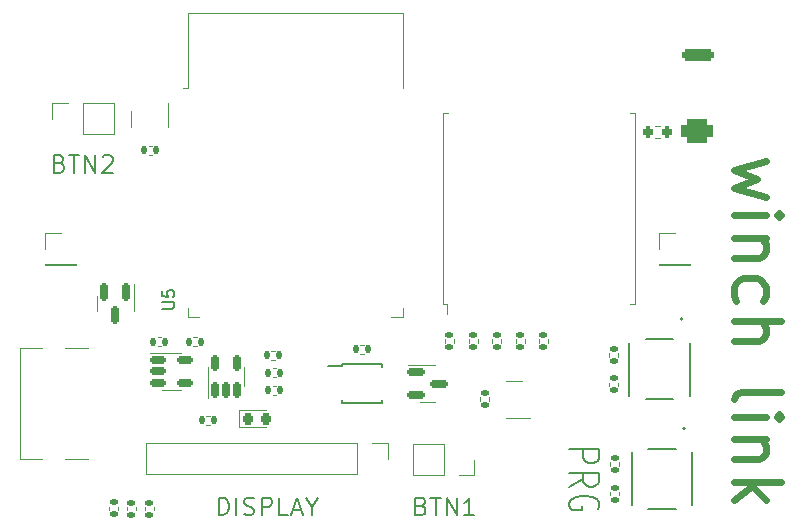
<source format=gto>
G04 #@! TF.GenerationSoftware,KiCad,Pcbnew,(7.0.0-0)*
G04 #@! TF.CreationDate,2023-03-01T12:49:35+00:00*
G04 #@! TF.ProjectId,winch-link,77696e63-682d-46c6-996e-6b2e6b696361,rev?*
G04 #@! TF.SameCoordinates,Original*
G04 #@! TF.FileFunction,Legend,Top*
G04 #@! TF.FilePolarity,Positive*
%FSLAX46Y46*%
G04 Gerber Fmt 4.6, Leading zero omitted, Abs format (unit mm)*
G04 Created by KiCad (PCBNEW (7.0.0-0)) date 2023-03-01 12:49:35*
%MOMM*%
%LPD*%
G01*
G04 APERTURE LIST*
G04 Aperture macros list*
%AMRoundRect*
0 Rectangle with rounded corners*
0 $1 Rounding radius*
0 $2 $3 $4 $5 $6 $7 $8 $9 X,Y pos of 4 corners*
0 Add a 4 corners polygon primitive as box body*
4,1,4,$2,$3,$4,$5,$6,$7,$8,$9,$2,$3,0*
0 Add four circle primitives for the rounded corners*
1,1,$1+$1,$2,$3*
1,1,$1+$1,$4,$5*
1,1,$1+$1,$6,$7*
1,1,$1+$1,$8,$9*
0 Add four rect primitives between the rounded corners*
20,1,$1+$1,$2,$3,$4,$5,0*
20,1,$1+$1,$4,$5,$6,$7,0*
20,1,$1+$1,$6,$7,$8,$9,0*
20,1,$1+$1,$8,$9,$2,$3,0*%
G04 Aperture macros list end*
%ADD10C,0.600000*%
%ADD11C,0.187500*%
%ADD12C,0.200000*%
%ADD13C,0.150000*%
%ADD14C,0.120000*%
%ADD15C,0.127000*%
%ADD16R,1.000000X2.000000*%
%ADD17R,1.400000X0.300000*%
%ADD18RoundRect,0.135000X-0.185000X0.135000X-0.185000X-0.135000X0.185000X-0.135000X0.185000X0.135000X0*%
%ADD19RoundRect,0.135000X0.185000X-0.135000X0.185000X0.135000X-0.185000X0.135000X-0.185000X-0.135000X0*%
%ADD20RoundRect,0.248355X-1.108073X-0.248355X1.108073X-0.248355X1.108073X0.248355X-1.108073X0.248355X0*%
%ADD21RoundRect,0.500000X-0.821500X-0.500000X0.821500X-0.500000X0.821500X0.500000X-0.821500X0.500000X0*%
%ADD22RoundRect,0.135000X0.135000X0.185000X-0.135000X0.185000X-0.135000X-0.185000X0.135000X-0.185000X0*%
%ADD23R,0.750000X1.000000*%
%ADD24R,0.700000X1.000000*%
%ADD25R,0.700000X0.600000*%
%ADD26R,1.700000X1.700000*%
%ADD27C,2.200000*%
%ADD28RoundRect,0.218750X-0.218750X-0.256250X0.218750X-0.256250X0.218750X0.256250X-0.218750X0.256250X0*%
%ADD29RoundRect,0.135000X-0.135000X-0.185000X0.135000X-0.185000X0.135000X0.185000X-0.135000X0.185000X0*%
%ADD30O,1.700000X1.700000*%
%ADD31R,1.500000X0.900000*%
%ADD32R,0.900000X1.500000*%
%ADD33C,0.800000*%
%ADD34R,3.800000X3.800000*%
%ADD35RoundRect,0.200000X-0.200000X-0.275000X0.200000X-0.275000X0.200000X0.275000X-0.200000X0.275000X0*%
%ADD36RoundRect,0.150000X0.150000X-0.512500X0.150000X0.512500X-0.150000X0.512500X-0.150000X-0.512500X0*%
%ADD37RoundRect,0.150000X-0.512500X-0.150000X0.512500X-0.150000X0.512500X0.150000X-0.512500X0.150000X0*%
%ADD38RoundRect,0.150000X-0.150000X0.587500X-0.150000X-0.587500X0.150000X-0.587500X0.150000X0.587500X0*%
%ADD39R,1.000000X0.700000*%
%ADD40R,0.600000X0.700000*%
%ADD41C,0.650000*%
%ADD42R,1.450000X0.600000*%
%ADD43R,1.450000X0.300000*%
%ADD44O,2.100000X1.000000*%
%ADD45O,1.600000X1.000000*%
%ADD46RoundRect,0.150000X-0.587500X-0.150000X0.587500X-0.150000X0.587500X0.150000X-0.587500X0.150000X0*%
G04 APERTURE END LIST*
D10*
X170575822Y-95440584D02*
X167909156Y-96202489D01*
X167909156Y-96202489D02*
X169813918Y-96964394D01*
X169813918Y-96964394D02*
X167909156Y-97726298D01*
X167909156Y-97726298D02*
X170575822Y-98488203D01*
X167909156Y-100012012D02*
X170575822Y-100012012D01*
X171909156Y-100012012D02*
X171718680Y-99821536D01*
X171718680Y-99821536D02*
X171528203Y-100012012D01*
X171528203Y-100012012D02*
X171718680Y-100202489D01*
X171718680Y-100202489D02*
X171909156Y-100012012D01*
X171909156Y-100012012D02*
X171528203Y-100012012D01*
X170575822Y-101916774D02*
X167909156Y-101916774D01*
X170194870Y-101916774D02*
X170385346Y-102107251D01*
X170385346Y-102107251D02*
X170575822Y-102488203D01*
X170575822Y-102488203D02*
X170575822Y-103059632D01*
X170575822Y-103059632D02*
X170385346Y-103440584D01*
X170385346Y-103440584D02*
X170004394Y-103631060D01*
X170004394Y-103631060D02*
X167909156Y-103631060D01*
X168099632Y-107250108D02*
X167909156Y-106869156D01*
X167909156Y-106869156D02*
X167909156Y-106107251D01*
X167909156Y-106107251D02*
X168099632Y-105726299D01*
X168099632Y-105726299D02*
X168290108Y-105535822D01*
X168290108Y-105535822D02*
X168671060Y-105345346D01*
X168671060Y-105345346D02*
X169813918Y-105345346D01*
X169813918Y-105345346D02*
X170194870Y-105535822D01*
X170194870Y-105535822D02*
X170385346Y-105726299D01*
X170385346Y-105726299D02*
X170575822Y-106107251D01*
X170575822Y-106107251D02*
X170575822Y-106869156D01*
X170575822Y-106869156D02*
X170385346Y-107250108D01*
X167909156Y-108964393D02*
X171909156Y-108964393D01*
X167909156Y-110678679D02*
X170004394Y-110678679D01*
X170004394Y-110678679D02*
X170385346Y-110488203D01*
X170385346Y-110488203D02*
X170575822Y-110107251D01*
X170575822Y-110107251D02*
X170575822Y-109535822D01*
X170575822Y-109535822D02*
X170385346Y-109154870D01*
X170385346Y-109154870D02*
X170194870Y-108964393D01*
X167909156Y-115554870D02*
X168099632Y-115173918D01*
X168099632Y-115173918D02*
X168480584Y-114983441D01*
X168480584Y-114983441D02*
X171909156Y-114983441D01*
X167909156Y-117078679D02*
X170575822Y-117078679D01*
X171909156Y-117078679D02*
X171718680Y-116888203D01*
X171718680Y-116888203D02*
X171528203Y-117078679D01*
X171528203Y-117078679D02*
X171718680Y-117269156D01*
X171718680Y-117269156D02*
X171909156Y-117078679D01*
X171909156Y-117078679D02*
X171528203Y-117078679D01*
X170575822Y-118983441D02*
X167909156Y-118983441D01*
X170194870Y-118983441D02*
X170385346Y-119173918D01*
X170385346Y-119173918D02*
X170575822Y-119554870D01*
X170575822Y-119554870D02*
X170575822Y-120126299D01*
X170575822Y-120126299D02*
X170385346Y-120507251D01*
X170385346Y-120507251D02*
X170004394Y-120697727D01*
X170004394Y-120697727D02*
X167909156Y-120697727D01*
X167909156Y-122602489D02*
X171909156Y-122602489D01*
X169432965Y-122983442D02*
X167909156Y-124126299D01*
X170575822Y-124126299D02*
X169052013Y-122602489D01*
D11*
X124271537Y-125429751D02*
X124271537Y-123929751D01*
X124271537Y-123929751D02*
X124628680Y-123929751D01*
X124628680Y-123929751D02*
X124842966Y-124001180D01*
X124842966Y-124001180D02*
X124985823Y-124144037D01*
X124985823Y-124144037D02*
X125057252Y-124286894D01*
X125057252Y-124286894D02*
X125128680Y-124572608D01*
X125128680Y-124572608D02*
X125128680Y-124786894D01*
X125128680Y-124786894D02*
X125057252Y-125072608D01*
X125057252Y-125072608D02*
X124985823Y-125215465D01*
X124985823Y-125215465D02*
X124842966Y-125358322D01*
X124842966Y-125358322D02*
X124628680Y-125429751D01*
X124628680Y-125429751D02*
X124271537Y-125429751D01*
X125771537Y-125429751D02*
X125771537Y-123929751D01*
X126414395Y-125358322D02*
X126628681Y-125429751D01*
X126628681Y-125429751D02*
X126985823Y-125429751D01*
X126985823Y-125429751D02*
X127128681Y-125358322D01*
X127128681Y-125358322D02*
X127200109Y-125286894D01*
X127200109Y-125286894D02*
X127271538Y-125144037D01*
X127271538Y-125144037D02*
X127271538Y-125001180D01*
X127271538Y-125001180D02*
X127200109Y-124858322D01*
X127200109Y-124858322D02*
X127128681Y-124786894D01*
X127128681Y-124786894D02*
X126985823Y-124715465D01*
X126985823Y-124715465D02*
X126700109Y-124644037D01*
X126700109Y-124644037D02*
X126557252Y-124572608D01*
X126557252Y-124572608D02*
X126485823Y-124501180D01*
X126485823Y-124501180D02*
X126414395Y-124358322D01*
X126414395Y-124358322D02*
X126414395Y-124215465D01*
X126414395Y-124215465D02*
X126485823Y-124072608D01*
X126485823Y-124072608D02*
X126557252Y-124001180D01*
X126557252Y-124001180D02*
X126700109Y-123929751D01*
X126700109Y-123929751D02*
X127057252Y-123929751D01*
X127057252Y-123929751D02*
X127271538Y-124001180D01*
X127914394Y-125429751D02*
X127914394Y-123929751D01*
X127914394Y-123929751D02*
X128485823Y-123929751D01*
X128485823Y-123929751D02*
X128628680Y-124001180D01*
X128628680Y-124001180D02*
X128700109Y-124072608D01*
X128700109Y-124072608D02*
X128771537Y-124215465D01*
X128771537Y-124215465D02*
X128771537Y-124429751D01*
X128771537Y-124429751D02*
X128700109Y-124572608D01*
X128700109Y-124572608D02*
X128628680Y-124644037D01*
X128628680Y-124644037D02*
X128485823Y-124715465D01*
X128485823Y-124715465D02*
X127914394Y-124715465D01*
X130128680Y-125429751D02*
X129414394Y-125429751D01*
X129414394Y-125429751D02*
X129414394Y-123929751D01*
X130557252Y-125001180D02*
X131271538Y-125001180D01*
X130414395Y-125429751D02*
X130914395Y-123929751D01*
X130914395Y-123929751D02*
X131414395Y-125429751D01*
X132200109Y-124715465D02*
X132200109Y-125429751D01*
X131700109Y-123929751D02*
X132200109Y-124715465D01*
X132200109Y-124715465D02*
X132700109Y-123929751D01*
X110799999Y-95644037D02*
X111014285Y-95715465D01*
X111014285Y-95715465D02*
X111085714Y-95786894D01*
X111085714Y-95786894D02*
X111157142Y-95929751D01*
X111157142Y-95929751D02*
X111157142Y-96144037D01*
X111157142Y-96144037D02*
X111085714Y-96286894D01*
X111085714Y-96286894D02*
X111014285Y-96358322D01*
X111014285Y-96358322D02*
X110871428Y-96429751D01*
X110871428Y-96429751D02*
X110299999Y-96429751D01*
X110299999Y-96429751D02*
X110299999Y-94929751D01*
X110299999Y-94929751D02*
X110799999Y-94929751D01*
X110799999Y-94929751D02*
X110942857Y-95001180D01*
X110942857Y-95001180D02*
X111014285Y-95072608D01*
X111014285Y-95072608D02*
X111085714Y-95215465D01*
X111085714Y-95215465D02*
X111085714Y-95358322D01*
X111085714Y-95358322D02*
X111014285Y-95501180D01*
X111014285Y-95501180D02*
X110942857Y-95572608D01*
X110942857Y-95572608D02*
X110799999Y-95644037D01*
X110799999Y-95644037D02*
X110299999Y-95644037D01*
X111585714Y-94929751D02*
X112442857Y-94929751D01*
X112014285Y-96429751D02*
X112014285Y-94929751D01*
X112942856Y-96429751D02*
X112942856Y-94929751D01*
X112942856Y-94929751D02*
X113799999Y-96429751D01*
X113799999Y-96429751D02*
X113799999Y-94929751D01*
X114442857Y-95072608D02*
X114514285Y-95001180D01*
X114514285Y-95001180D02*
X114657143Y-94929751D01*
X114657143Y-94929751D02*
X115014285Y-94929751D01*
X115014285Y-94929751D02*
X115157143Y-95001180D01*
X115157143Y-95001180D02*
X115228571Y-95072608D01*
X115228571Y-95072608D02*
X115300000Y-95215465D01*
X115300000Y-95215465D02*
X115300000Y-95358322D01*
X115300000Y-95358322D02*
X115228571Y-95572608D01*
X115228571Y-95572608D02*
X114371428Y-96429751D01*
X114371428Y-96429751D02*
X115300000Y-96429751D01*
X141414394Y-124644037D02*
X141628680Y-124715465D01*
X141628680Y-124715465D02*
X141700109Y-124786894D01*
X141700109Y-124786894D02*
X141771537Y-124929751D01*
X141771537Y-124929751D02*
X141771537Y-125144037D01*
X141771537Y-125144037D02*
X141700109Y-125286894D01*
X141700109Y-125286894D02*
X141628680Y-125358322D01*
X141628680Y-125358322D02*
X141485823Y-125429751D01*
X141485823Y-125429751D02*
X140914394Y-125429751D01*
X140914394Y-125429751D02*
X140914394Y-123929751D01*
X140914394Y-123929751D02*
X141414394Y-123929751D01*
X141414394Y-123929751D02*
X141557252Y-124001180D01*
X141557252Y-124001180D02*
X141628680Y-124072608D01*
X141628680Y-124072608D02*
X141700109Y-124215465D01*
X141700109Y-124215465D02*
X141700109Y-124358322D01*
X141700109Y-124358322D02*
X141628680Y-124501180D01*
X141628680Y-124501180D02*
X141557252Y-124572608D01*
X141557252Y-124572608D02*
X141414394Y-124644037D01*
X141414394Y-124644037D02*
X140914394Y-124644037D01*
X142200109Y-123929751D02*
X143057252Y-123929751D01*
X142628680Y-125429751D02*
X142628680Y-123929751D01*
X143557251Y-125429751D02*
X143557251Y-123929751D01*
X143557251Y-123929751D02*
X144414394Y-125429751D01*
X144414394Y-125429751D02*
X144414394Y-123929751D01*
X145914395Y-125429751D02*
X145057252Y-125429751D01*
X145485823Y-125429751D02*
X145485823Y-123929751D01*
X145485823Y-123929751D02*
X145342966Y-124144037D01*
X145342966Y-124144037D02*
X145200109Y-124286894D01*
X145200109Y-124286894D02*
X145057252Y-124358322D01*
D12*
X153960227Y-119854870D02*
X156460227Y-119854870D01*
X156460227Y-119854870D02*
X156460227Y-120616775D01*
X156460227Y-120616775D02*
X156341180Y-120807251D01*
X156341180Y-120807251D02*
X156222132Y-120902489D01*
X156222132Y-120902489D02*
X155984037Y-120997727D01*
X155984037Y-120997727D02*
X155626894Y-120997727D01*
X155626894Y-120997727D02*
X155388799Y-120902489D01*
X155388799Y-120902489D02*
X155269751Y-120807251D01*
X155269751Y-120807251D02*
X155150703Y-120616775D01*
X155150703Y-120616775D02*
X155150703Y-119854870D01*
X153960227Y-122997727D02*
X155150703Y-122331060D01*
X153960227Y-121854870D02*
X156460227Y-121854870D01*
X156460227Y-121854870D02*
X156460227Y-122616775D01*
X156460227Y-122616775D02*
X156341180Y-122807251D01*
X156341180Y-122807251D02*
X156222132Y-122902489D01*
X156222132Y-122902489D02*
X155984037Y-122997727D01*
X155984037Y-122997727D02*
X155626894Y-122997727D01*
X155626894Y-122997727D02*
X155388799Y-122902489D01*
X155388799Y-122902489D02*
X155269751Y-122807251D01*
X155269751Y-122807251D02*
X155150703Y-122616775D01*
X155150703Y-122616775D02*
X155150703Y-121854870D01*
X156341180Y-124902489D02*
X156460227Y-124712013D01*
X156460227Y-124712013D02*
X156460227Y-124426299D01*
X156460227Y-124426299D02*
X156341180Y-124140584D01*
X156341180Y-124140584D02*
X156103084Y-123950108D01*
X156103084Y-123950108D02*
X155864989Y-123854870D01*
X155864989Y-123854870D02*
X155388799Y-123759632D01*
X155388799Y-123759632D02*
X155031656Y-123759632D01*
X155031656Y-123759632D02*
X154555465Y-123854870D01*
X154555465Y-123854870D02*
X154317370Y-123950108D01*
X154317370Y-123950108D02*
X154079275Y-124140584D01*
X154079275Y-124140584D02*
X153960227Y-124426299D01*
X153960227Y-124426299D02*
X153960227Y-124616775D01*
X153960227Y-124616775D02*
X154079275Y-124902489D01*
X154079275Y-124902489D02*
X154198322Y-124997727D01*
X154198322Y-124997727D02*
X155031656Y-124997727D01*
X155031656Y-124997727D02*
X155031656Y-124616775D01*
D13*
X119507380Y-107931904D02*
X120316904Y-107931904D01*
X120316904Y-107931904D02*
X120412142Y-107884285D01*
X120412142Y-107884285D02*
X120459761Y-107836666D01*
X120459761Y-107836666D02*
X120507380Y-107741428D01*
X120507380Y-107741428D02*
X120507380Y-107550952D01*
X120507380Y-107550952D02*
X120459761Y-107455714D01*
X120459761Y-107455714D02*
X120412142Y-107408095D01*
X120412142Y-107408095D02*
X120316904Y-107360476D01*
X120316904Y-107360476D02*
X119507380Y-107360476D01*
X119507380Y-106408095D02*
X119507380Y-106884285D01*
X119507380Y-106884285D02*
X119983571Y-106931904D01*
X119983571Y-106931904D02*
X119935952Y-106884285D01*
X119935952Y-106884285D02*
X119888333Y-106789047D01*
X119888333Y-106789047D02*
X119888333Y-106550952D01*
X119888333Y-106550952D02*
X119935952Y-106455714D01*
X119935952Y-106455714D02*
X119983571Y-106408095D01*
X119983571Y-106408095D02*
X120078809Y-106360476D01*
X120078809Y-106360476D02*
X120316904Y-106360476D01*
X120316904Y-106360476D02*
X120412142Y-106408095D01*
X120412142Y-106408095D02*
X120459761Y-106455714D01*
X120459761Y-106455714D02*
X120507380Y-106550952D01*
X120507380Y-106550952D02*
X120507380Y-106789047D01*
X120507380Y-106789047D02*
X120459761Y-106884285D01*
X120459761Y-106884285D02*
X120412142Y-106931904D01*
D14*
X143278680Y-107528577D02*
X143628680Y-107528577D01*
X143278680Y-107528577D02*
X143278680Y-91328577D01*
X143628680Y-107528577D02*
X143628680Y-108428577D01*
X159078680Y-107528577D02*
X159478680Y-107528577D01*
X159478680Y-107528577D02*
X159478680Y-91328577D01*
X143278680Y-91328577D02*
X143678680Y-91328577D01*
X159478680Y-91328577D02*
X159078680Y-91328577D01*
D13*
X134709279Y-112606036D02*
X134709279Y-112831036D01*
X134709279Y-112606036D02*
X138059279Y-112606036D01*
X134709279Y-112831036D02*
X133484279Y-112831036D01*
X134709279Y-115956036D02*
X134709279Y-115656036D01*
X134709279Y-115956036D02*
X138059279Y-115956036D01*
X138059279Y-112606036D02*
X138059279Y-112906036D01*
X138059279Y-115956036D02*
X138059279Y-115656036D01*
D14*
X152118967Y-110512281D02*
X152118967Y-110819563D01*
X151358967Y-110512281D02*
X151358967Y-110819563D01*
X147424194Y-110819563D02*
X147424194Y-110512281D01*
X148184194Y-110819563D02*
X148184194Y-110512281D01*
X157434302Y-123749080D02*
X157434302Y-123441798D01*
X158194302Y-123749080D02*
X158194302Y-123441798D01*
X157434302Y-121249080D02*
X157434302Y-120941798D01*
X158194302Y-121249080D02*
X158194302Y-120941798D01*
X157320803Y-111998158D02*
X157320803Y-111690876D01*
X158080803Y-111998158D02*
X158080803Y-111690876D01*
X136532321Y-111758680D02*
X136225039Y-111758680D01*
X136532321Y-110998680D02*
X136225039Y-110998680D01*
D15*
X162764572Y-110515863D02*
X160404572Y-110515863D01*
X164134572Y-115315863D02*
X164134572Y-110815863D01*
X159034572Y-115315863D02*
X159034572Y-110815863D01*
X160404572Y-115615863D02*
X162764572Y-115615863D01*
D12*
X163559572Y-108815863D02*
G75*
G03*
X163559572Y-108815863I-100000J0D01*
G01*
D14*
X149931055Y-114048982D02*
X148631055Y-114048982D01*
X148631055Y-117168982D02*
X150631055Y-117168982D01*
D15*
X162978829Y-119776763D02*
X160618829Y-119776763D01*
X164348829Y-124576763D02*
X164348829Y-120076763D01*
X159248829Y-124576763D02*
X159248829Y-120076763D01*
X160618829Y-124876763D02*
X162978829Y-124876763D01*
D12*
X163773829Y-118076763D02*
G75*
G03*
X163773829Y-118076763I-100000J0D01*
G01*
D14*
X161548680Y-101548680D02*
X162878680Y-101548680D01*
X161548680Y-102878680D02*
X161548680Y-101548680D01*
X161548680Y-104148680D02*
X161548680Y-104208680D01*
X161548680Y-104148680D02*
X164208680Y-104148680D01*
X161548680Y-104208680D02*
X164208680Y-104208680D01*
X164208680Y-104148680D02*
X164208680Y-104208680D01*
X143424194Y-110819563D02*
X143424194Y-110512281D01*
X144184194Y-110819563D02*
X144184194Y-110512281D01*
X117258680Y-124711480D02*
X117258680Y-125018762D01*
X116498680Y-124711480D02*
X116498680Y-125018762D01*
X126015000Y-116515000D02*
X126015000Y-117985000D01*
X126015000Y-117985000D02*
X128300000Y-117985000D01*
X128300000Y-116515000D02*
X126015000Y-116515000D01*
X122096359Y-110370000D02*
X122403641Y-110370000D01*
X122096359Y-111130000D02*
X122403641Y-111130000D01*
X109548680Y-101548680D02*
X110878680Y-101548680D01*
X109548680Y-102878680D02*
X109548680Y-101548680D01*
X109548680Y-104148680D02*
X109548680Y-104208680D01*
X109548680Y-104148680D02*
X112208680Y-104148680D01*
X109548680Y-104208680D02*
X112208680Y-104208680D01*
X112208680Y-104148680D02*
X112208680Y-104208680D01*
X123522321Y-117758680D02*
X123215039Y-117758680D01*
X123522321Y-116998680D02*
X123215039Y-116998680D01*
X143320711Y-119386921D02*
X140720711Y-119386921D01*
X143320711Y-119386921D02*
X143320711Y-122046921D01*
X140720711Y-119386921D02*
X140720711Y-122046921D01*
X145920711Y-120716921D02*
X145920711Y-122046921D01*
X145920711Y-122046921D02*
X144590711Y-122046921D01*
X143320711Y-122046921D02*
X140720711Y-122046921D01*
X121630000Y-82880000D02*
X121630000Y-89295000D01*
X121630000Y-82880000D02*
X139870000Y-82880000D01*
X121630000Y-89295000D02*
X121250000Y-89295000D01*
X121630000Y-107840000D02*
X121630000Y-108620000D01*
X121630000Y-108620000D02*
X122630000Y-108620000D01*
X139870000Y-82880000D02*
X139870000Y-89295000D01*
X139870000Y-107840000D02*
X139870000Y-108620000D01*
X139870000Y-108620000D02*
X138870000Y-108620000D01*
X129136850Y-115211082D02*
X128829568Y-115211082D01*
X129136850Y-114451082D02*
X128829568Y-114451082D01*
X149424194Y-110819563D02*
X149424194Y-110512281D01*
X150184194Y-110819563D02*
X150184194Y-110512281D01*
X128829568Y-112998680D02*
X129136850Y-112998680D01*
X128829568Y-113758680D02*
X129136850Y-113758680D01*
X119096359Y-110370000D02*
X119403641Y-110370000D01*
X119096359Y-111130000D02*
X119403641Y-111130000D01*
X157320803Y-114498158D02*
X157320803Y-114190876D01*
X158080803Y-114498158D02*
X158080803Y-114190876D01*
X129042321Y-112258680D02*
X128735039Y-112258680D01*
X129042321Y-111498680D02*
X128735039Y-111498680D01*
X161187742Y-92477500D02*
X161662258Y-92477500D01*
X161187742Y-93522500D02*
X161662258Y-93522500D01*
X123320556Y-113679142D02*
X123320556Y-115479142D01*
X123320556Y-113679142D02*
X123320556Y-112879142D01*
X126440556Y-113679142D02*
X126440556Y-114479142D01*
X126440556Y-113679142D02*
X126440556Y-112879142D01*
X118328208Y-94130000D02*
X118635490Y-94130000D01*
X118328208Y-94890000D02*
X118635490Y-94890000D01*
X145424194Y-110819563D02*
X145424194Y-110512281D01*
X146184194Y-110819563D02*
X146184194Y-110512281D01*
X112784285Y-93183680D02*
X115384285Y-93183680D01*
X112784285Y-93183680D02*
X112784285Y-90523680D01*
X115384285Y-93183680D02*
X115384285Y-90523680D01*
X110184285Y-91853680D02*
X110184285Y-90523680D01*
X110184285Y-90523680D02*
X111514285Y-90523680D01*
X112784285Y-90523680D02*
X115384285Y-90523680D01*
X120250000Y-111690000D02*
X118450000Y-111690000D01*
X120250000Y-111690000D02*
X121050000Y-111690000D01*
X120250000Y-114810000D02*
X119450000Y-114810000D01*
X120250000Y-114810000D02*
X121050000Y-114810000D01*
X117998680Y-125022321D02*
X117998680Y-124715039D01*
X118758680Y-125022321D02*
X118758680Y-124715039D01*
X117060000Y-107500000D02*
X117060000Y-105825000D01*
X117060000Y-107500000D02*
X117060000Y-108150000D01*
X113940000Y-107500000D02*
X113940000Y-106850000D01*
X113940000Y-107500000D02*
X113940000Y-108150000D01*
X116818680Y-91228680D02*
X116818680Y-92528680D01*
X119938680Y-92528680D02*
X119938680Y-90528680D01*
X113233680Y-111285517D02*
X111233680Y-111285517D01*
X109333680Y-111285517D02*
X107433680Y-111285517D01*
X107433680Y-111285517D02*
X107433680Y-120685517D01*
X113233680Y-120685517D02*
X111233680Y-120685517D01*
X109333680Y-120685517D02*
X107433680Y-120685517D01*
X138583680Y-119306053D02*
X138583680Y-120636053D01*
X137253680Y-119306053D02*
X138583680Y-119306053D01*
X135983680Y-119306053D02*
X118143680Y-119306053D01*
X135983680Y-119306053D02*
X135983680Y-121966053D01*
X118143680Y-119306053D02*
X118143680Y-121966053D01*
X135983680Y-121966053D02*
X118143680Y-121966053D01*
X115758680Y-124695372D02*
X115758680Y-125002654D01*
X114998680Y-124695372D02*
X114998680Y-125002654D01*
X141946779Y-112721036D02*
X140271779Y-112721036D01*
X141946779Y-112721036D02*
X142596779Y-112721036D01*
X141946779Y-115841036D02*
X141296779Y-115841036D01*
X141946779Y-115841036D02*
X142596779Y-115841036D01*
X147161055Y-115445341D02*
X147161055Y-115752623D01*
X146401055Y-115445341D02*
X146401055Y-115752623D01*
%LPC*%
D16*
X144378679Y-107428576D03*
X146378679Y-107428576D03*
X148378679Y-107428576D03*
X150378679Y-107428576D03*
X152378679Y-107428576D03*
X154378679Y-107428576D03*
X156378679Y-107428576D03*
X158378679Y-107428576D03*
X158378679Y-91428576D03*
X156378679Y-91428576D03*
X154378679Y-91428576D03*
X152378679Y-91428576D03*
X150378679Y-91428576D03*
X148378679Y-91428576D03*
X146378679Y-91428576D03*
X144378679Y-91428576D03*
D17*
X134184278Y-113281035D03*
X134184278Y-113781035D03*
X134184278Y-114281035D03*
X134184278Y-114781035D03*
X134184278Y-115281035D03*
X138584278Y-115281035D03*
X138584278Y-114781035D03*
X138584278Y-114281035D03*
X138584278Y-113781035D03*
X138584278Y-113281035D03*
D18*
X151738967Y-110155922D03*
X151738967Y-111175922D03*
D19*
X147804194Y-111175922D03*
X147804194Y-110155922D03*
X157814302Y-124105439D03*
X157814302Y-123085439D03*
X157814302Y-121605439D03*
X157814302Y-120585439D03*
D20*
X164817293Y-86427869D03*
D21*
X164752965Y-92925699D03*
D19*
X157700803Y-112354517D03*
X157700803Y-111334517D03*
D22*
X136888680Y-111378680D03*
X135868680Y-111378680D03*
D23*
X163459571Y-110065862D03*
X163459571Y-116065862D03*
X159709571Y-110065862D03*
X159709571Y-116065862D03*
D24*
X150281054Y-116358981D03*
D25*
X150281054Y-114658981D03*
X148281054Y-114658981D03*
X148281054Y-116558981D03*
D23*
X163673828Y-119326762D03*
X163673828Y-125326762D03*
X159923828Y-119326762D03*
X159923828Y-125326762D03*
D26*
X162878679Y-102878679D03*
D27*
X158378680Y-85378680D03*
D19*
X143804194Y-111175922D03*
X143804194Y-110155922D03*
D18*
X116878680Y-124355121D03*
X116878680Y-125375121D03*
D28*
X126712500Y-117250000D03*
X128287500Y-117250000D03*
D29*
X121740000Y-110750000D03*
X122760000Y-110750000D03*
D26*
X110878679Y-102878679D03*
D22*
X123878680Y-117378680D03*
X122858680Y-117378680D03*
D26*
X144590710Y-120716920D03*
D30*
X142050710Y-120716920D03*
D27*
X110378680Y-85378680D03*
D31*
X121999999Y-90489999D03*
X121999999Y-91759999D03*
X121999999Y-93029999D03*
X121999999Y-94299999D03*
X121999999Y-95569999D03*
X121999999Y-96839999D03*
X121999999Y-98109999D03*
X121999999Y-99379999D03*
X121999999Y-100649999D03*
X121999999Y-101919999D03*
X121999999Y-103189999D03*
X121999999Y-104459999D03*
X121999999Y-105729999D03*
X121999999Y-106999999D03*
D32*
X125039999Y-108249999D03*
X126309999Y-108249999D03*
X127579999Y-108249999D03*
X128849999Y-108249999D03*
X130119999Y-108249999D03*
X131389999Y-108249999D03*
X132659999Y-108249999D03*
X133929999Y-108249999D03*
X135199999Y-108249999D03*
X136469999Y-108249999D03*
D31*
X139499999Y-106999999D03*
X139499999Y-105729999D03*
X139499999Y-104459999D03*
X139499999Y-103189999D03*
X139499999Y-101919999D03*
X139499999Y-100649999D03*
X139499999Y-99379999D03*
X139499999Y-98109999D03*
X139499999Y-96839999D03*
X139499999Y-95569999D03*
X139499999Y-94299999D03*
X139499999Y-93029999D03*
X139499999Y-91759999D03*
X139499999Y-90489999D03*
D33*
X128032116Y-99490863D03*
X128070405Y-96886446D03*
X129250000Y-98210000D03*
D34*
X129249999Y-98209999D03*
D33*
X130471675Y-99478157D03*
X130497087Y-96911539D03*
D22*
X129493209Y-114831082D03*
X128473209Y-114831082D03*
D19*
X149804194Y-111175922D03*
X149804194Y-110155922D03*
D29*
X128473209Y-113378680D03*
X129493209Y-113378680D03*
X118740000Y-110750000D03*
X119760000Y-110750000D03*
D19*
X157700803Y-114854517D03*
X157700803Y-113834517D03*
D22*
X129398680Y-111878680D03*
X128378680Y-111878680D03*
D27*
X110378680Y-124378680D03*
D35*
X160600000Y-93000000D03*
X162250000Y-93000000D03*
D36*
X123930556Y-114816642D03*
X124880556Y-114816642D03*
X125830556Y-114816642D03*
X125830556Y-112541642D03*
X123930556Y-112541642D03*
D29*
X117971849Y-94510000D03*
X118991849Y-94510000D03*
D19*
X145804194Y-111175922D03*
X145804194Y-110155922D03*
D27*
X150378680Y-124378680D03*
D26*
X111514284Y-91853679D03*
D30*
X114054284Y-91853679D03*
D37*
X119112500Y-112300000D03*
X119112500Y-113250000D03*
X119112500Y-114200000D03*
X121387500Y-114200000D03*
X121387500Y-112300000D03*
D19*
X118378680Y-125378680D03*
X118378680Y-124358680D03*
D38*
X116450000Y-106562500D03*
X114550000Y-106562500D03*
X115500000Y-108437500D03*
D39*
X119128679Y-90878679D03*
D40*
X117428679Y-90878679D03*
X117428679Y-92878679D03*
X119328679Y-92878679D03*
D41*
X113933680Y-113095517D03*
X113933680Y-118875517D03*
D42*
X115378679Y-112735516D03*
X115378679Y-113535516D03*
D43*
X115378679Y-114735516D03*
X115378679Y-115735516D03*
X115378679Y-116235516D03*
X115378679Y-117235516D03*
D42*
X115378679Y-118435516D03*
X115378679Y-119235516D03*
X115378679Y-119235516D03*
X115378679Y-118435516D03*
D43*
X115378679Y-117735516D03*
X115378679Y-116735516D03*
X115378679Y-115235516D03*
X115378679Y-114235516D03*
D42*
X115378679Y-113535516D03*
X115378679Y-112735516D03*
D44*
X114463679Y-111665516D03*
D45*
X110283679Y-111665516D03*
D44*
X114463679Y-120305516D03*
D45*
X110283679Y-120305516D03*
D26*
X137253679Y-120636052D03*
D30*
X134713679Y-120636052D03*
X132173679Y-120636052D03*
X129633679Y-120636052D03*
X127093679Y-120636052D03*
X124553679Y-120636052D03*
X122013679Y-120636052D03*
X119473679Y-120636052D03*
D18*
X115378680Y-124339013D03*
X115378680Y-125359013D03*
D46*
X141009279Y-113331036D03*
X141009279Y-115231036D03*
X142884279Y-114281036D03*
D18*
X146781055Y-115088982D03*
X146781055Y-116108982D03*
M02*

</source>
